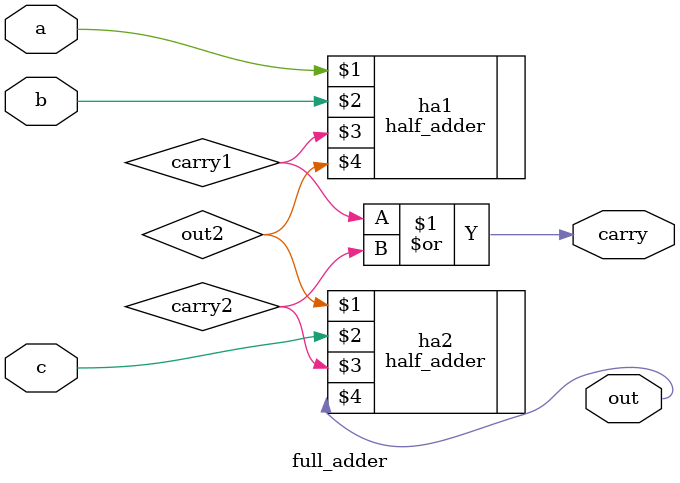
<source format=v>
`timescale 1ns/1ps

module full_adder(a, b, c, carry, out);
    input a, b, c;
    output carry, out;
    wire carry1, carry2;
    wire out2;

    half_adder ha1(a, b, carry1, out2);
    half_adder ha2(out2, c, carry2, out);

    assign carry = carry1|carry2;
endmodule
</source>
